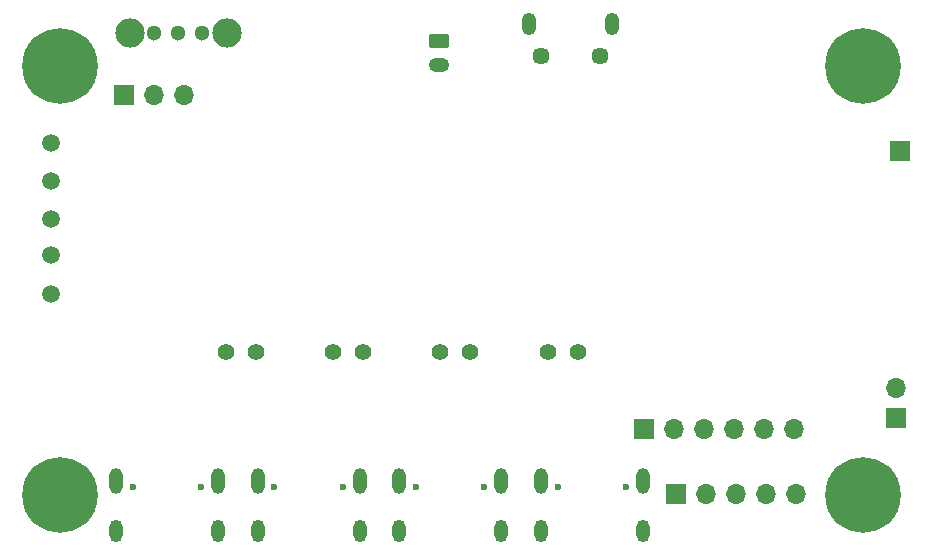
<source format=gbr>
%TF.GenerationSoftware,KiCad,Pcbnew,8.0.5*%
%TF.CreationDate,2025-03-11T21:14:57+01:00*%
%TF.ProjectId,Platine 4 Kanal Ferroelektret,506c6174-696e-4652-9034-204b616e616c,rev?*%
%TF.SameCoordinates,Original*%
%TF.FileFunction,Soldermask,Bot*%
%TF.FilePolarity,Negative*%
%FSLAX46Y46*%
G04 Gerber Fmt 4.6, Leading zero omitted, Abs format (unit mm)*
G04 Created by KiCad (PCBNEW 8.0.5) date 2025-03-11 21:14:57*
%MOMM*%
%LPD*%
G01*
G04 APERTURE LIST*
G04 Aperture macros list*
%AMRoundRect*
0 Rectangle with rounded corners*
0 $1 Rounding radius*
0 $2 $3 $4 $5 $6 $7 $8 $9 X,Y pos of 4 corners*
0 Add a 4 corners polygon primitive as box body*
4,1,4,$2,$3,$4,$5,$6,$7,$8,$9,$2,$3,0*
0 Add four circle primitives for the rounded corners*
1,1,$1+$1,$2,$3*
1,1,$1+$1,$4,$5*
1,1,$1+$1,$6,$7*
1,1,$1+$1,$8,$9*
0 Add four rect primitives between the rounded corners*
20,1,$1+$1,$2,$3,$4,$5,0*
20,1,$1+$1,$4,$5,$6,$7,0*
20,1,$1+$1,$6,$7,$8,$9,0*
20,1,$1+$1,$8,$9,$2,$3,0*%
G04 Aperture macros list end*
%ADD10R,1.700000X1.700000*%
%ADD11O,1.700000X1.700000*%
%ADD12O,1.200000X1.900000*%
%ADD13C,1.450000*%
%ADD14C,6.400000*%
%ADD15C,1.400000*%
%ADD16C,1.500000*%
%ADD17C,0.600000*%
%ADD18O,1.104000X2.204000*%
%ADD19O,1.104000X1.904000*%
%ADD20RoundRect,0.250000X-0.625000X0.350000X-0.625000X-0.350000X0.625000X-0.350000X0.625000X0.350000X0*%
%ADD21O,1.750000X1.200000*%
%ADD22C,1.300000*%
%ADD23C,2.483000*%
G04 APERTURE END LIST*
D10*
%TO.C,J3*%
X170800000Y-109775000D03*
D11*
X170800000Y-107235000D03*
%TD*%
D12*
%TO.C,J11*%
X146700000Y-76462500D03*
D13*
X145700000Y-79162500D03*
X140700000Y-79162500D03*
D12*
X139700000Y-76462500D03*
%TD*%
D14*
%TO.C,H3*%
X168000000Y-80000000D03*
%TD*%
D15*
%TO.C,TP6*%
X116600000Y-104162500D03*
X114060000Y-104162500D03*
%TD*%
D14*
%TO.C,H1*%
X100000000Y-116320000D03*
%TD*%
D16*
%TO.C,TP5*%
X99200000Y-86500000D03*
%TD*%
%TO.C,TP4*%
X99200000Y-99300000D03*
%TD*%
%TO.C,TP3*%
X99200000Y-96000000D03*
%TD*%
D17*
%TO.C,J7*%
X106160000Y-115632500D03*
X111940000Y-115632500D03*
D18*
X104725000Y-115142500D03*
X113375000Y-115142500D03*
D19*
X104725000Y-119312500D03*
X113375000Y-119312500D03*
%TD*%
D16*
%TO.C,TP1*%
X99200000Y-89700000D03*
%TD*%
D20*
%TO.C,X1*%
X132100000Y-77900000D03*
D21*
X132100000Y-79900000D03*
%TD*%
D10*
%TO.C,J4*%
X149460000Y-110675000D03*
D11*
X152000000Y-110675000D03*
X154540000Y-110675000D03*
X157080000Y-110675000D03*
X159620000Y-110675000D03*
X162160000Y-110675000D03*
%TD*%
D15*
%TO.C,TP9*%
X143850000Y-104162500D03*
X141310000Y-104162500D03*
%TD*%
%TO.C,TP8*%
X134750000Y-104162500D03*
X132210000Y-104162500D03*
%TD*%
D10*
%TO.C,J5*%
X171100000Y-87200000D03*
%TD*%
D14*
%TO.C,H4*%
X168000000Y-116320000D03*
%TD*%
D17*
%TO.C,J8*%
X118160000Y-115632500D03*
X123940000Y-115632500D03*
D18*
X116725000Y-115142500D03*
X125375000Y-115142500D03*
D19*
X116725000Y-119312500D03*
X125375000Y-119312500D03*
%TD*%
D17*
%TO.C,J9*%
X130160000Y-115632500D03*
X135940000Y-115632500D03*
D18*
X128725000Y-115142500D03*
X137375000Y-115142500D03*
D19*
X128725000Y-119312500D03*
X137375000Y-119312500D03*
%TD*%
D10*
%TO.C,J1*%
X105420000Y-82400000D03*
D11*
X107960000Y-82400000D03*
X110500000Y-82400000D03*
%TD*%
D15*
%TO.C,TP7*%
X125650000Y-104162500D03*
X123110000Y-104162500D03*
%TD*%
D14*
%TO.C,H2*%
X100000000Y-80000000D03*
%TD*%
D10*
%TO.C,J2*%
X152180000Y-116200000D03*
D11*
X154720000Y-116200000D03*
X157260000Y-116200000D03*
X159800000Y-116200000D03*
X162340000Y-116200000D03*
%TD*%
D16*
%TO.C,TP2*%
X99200000Y-92900000D03*
%TD*%
D17*
%TO.C,J10*%
X142160000Y-115632500D03*
X147940000Y-115632500D03*
D18*
X140725000Y-115142500D03*
X149375000Y-115142500D03*
D19*
X140725000Y-119312500D03*
X149375000Y-119312500D03*
%TD*%
D22*
%TO.C,S1*%
X112000000Y-77200000D03*
X110000000Y-77200000D03*
X108000000Y-77200000D03*
D23*
X114100000Y-77200000D03*
X105900000Y-77200000D03*
%TD*%
M02*

</source>
